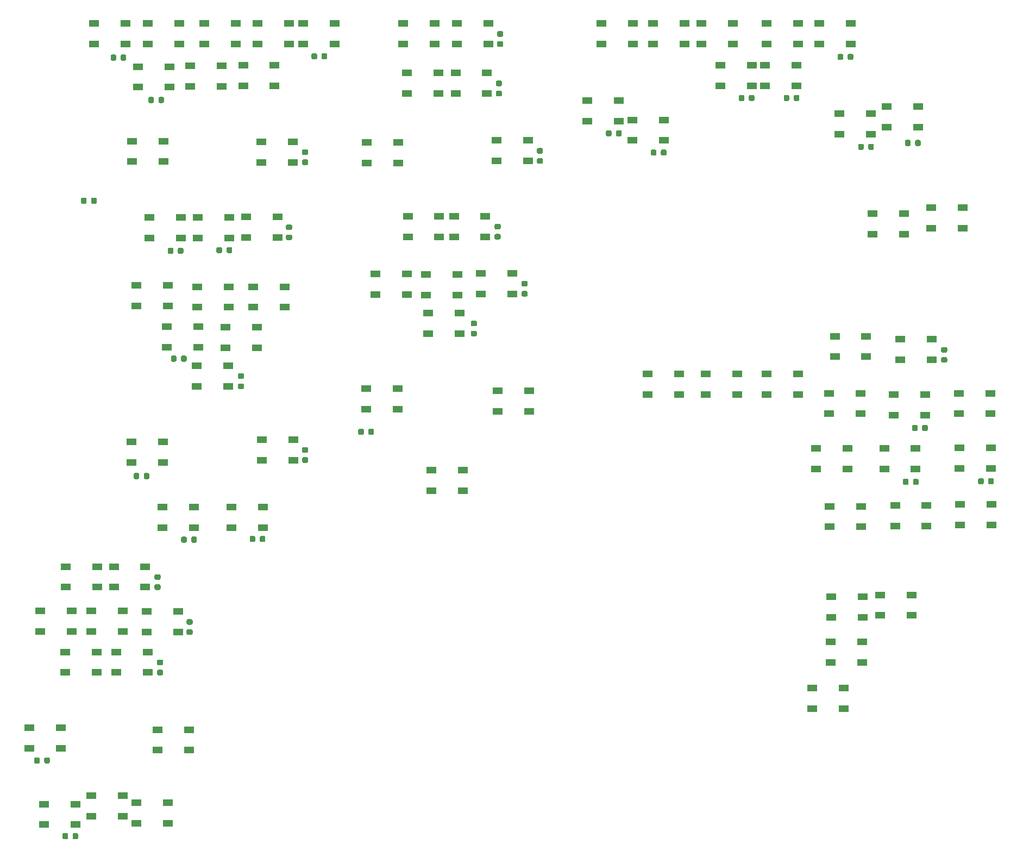
<source format=gbr>
%TF.GenerationSoftware,KiCad,Pcbnew,(5.1.6)-1*%
%TF.CreationDate,2020-12-21T15:19:11+11:00*%
%TF.ProjectId,Select JETT Panel PCB V2,53656c65-6374-4204-9a45-54542050616e,rev?*%
%TF.SameCoordinates,Original*%
%TF.FileFunction,Paste,Top*%
%TF.FilePolarity,Positive*%
%FSLAX46Y46*%
G04 Gerber Fmt 4.6, Leading zero omitted, Abs format (unit mm)*
G04 Created by KiCad (PCBNEW (5.1.6)-1) date 2020-12-21 15:19:11*
%MOMM*%
%LPD*%
G01*
G04 APERTURE LIST*
%ADD10R,1.500000X1.000000*%
G04 APERTURE END LIST*
%TO.C,R1*%
G36*
G01*
X90150000Y-61456250D02*
X90150000Y-60943750D01*
G75*
G02*
X90368750Y-60725000I218750J0D01*
G01*
X90806250Y-60725000D01*
G75*
G02*
X91025000Y-60943750I0J-218750D01*
G01*
X91025000Y-61456250D01*
G75*
G02*
X90806250Y-61675000I-218750J0D01*
G01*
X90368750Y-61675000D01*
G75*
G02*
X90150000Y-61456250I0J218750D01*
G01*
G37*
G36*
G01*
X88575000Y-61456250D02*
X88575000Y-60943750D01*
G75*
G02*
X88793750Y-60725000I218750J0D01*
G01*
X89231250Y-60725000D01*
G75*
G02*
X89450000Y-60943750I0J-218750D01*
G01*
X89450000Y-61456250D01*
G75*
G02*
X89231250Y-61675000I-218750J0D01*
G01*
X88793750Y-61675000D01*
G75*
G02*
X88575000Y-61456250I0J218750D01*
G01*
G37*
%TD*%
D10*
%TO.C,D81*%
X202550000Y-137100000D03*
X202550000Y-140300000D03*
X207450000Y-137100000D03*
X207450000Y-140300000D03*
%TD*%
%TO.C,D80*%
X205450000Y-129900000D03*
X205450000Y-133100000D03*
X210350000Y-129900000D03*
X210350000Y-133100000D03*
%TD*%
%TO.C,D79*%
X213100000Y-122600000D03*
X213100000Y-125800000D03*
X218000000Y-122600000D03*
X218000000Y-125800000D03*
%TD*%
%TO.C,D78*%
X205500000Y-122900000D03*
X205500000Y-126100000D03*
X210400000Y-122900000D03*
X210400000Y-126100000D03*
%TD*%
%TO.C,D77*%
X225550000Y-108500000D03*
X225550000Y-111700000D03*
X230450000Y-108500000D03*
X230450000Y-111700000D03*
%TD*%
%TO.C,D76*%
X215450000Y-108700000D03*
X215450000Y-111900000D03*
X220350000Y-108700000D03*
X220350000Y-111900000D03*
%TD*%
%TO.C,D75*%
X205250000Y-108800000D03*
X205250000Y-112000000D03*
X210150000Y-108800000D03*
X210150000Y-112000000D03*
%TD*%
%TO.C,D74*%
X225450000Y-99700000D03*
X225450000Y-102900000D03*
X230350000Y-99700000D03*
X230350000Y-102900000D03*
%TD*%
%TO.C,D73*%
X213750000Y-99800000D03*
X213750000Y-103000000D03*
X218650000Y-99800000D03*
X218650000Y-103000000D03*
%TD*%
%TO.C,D72*%
X203150000Y-99800000D03*
X203150000Y-103000000D03*
X208050000Y-99800000D03*
X208050000Y-103000000D03*
%TD*%
%TO.C,D71*%
X225400000Y-91200000D03*
X225400000Y-94400000D03*
X230300000Y-91200000D03*
X230300000Y-94400000D03*
%TD*%
%TO.C,D70*%
X215250000Y-91400000D03*
X215250000Y-94600000D03*
X220150000Y-91400000D03*
X220150000Y-94600000D03*
%TD*%
%TO.C,D69*%
X205150000Y-91200000D03*
X205150000Y-94400000D03*
X210050000Y-91200000D03*
X210050000Y-94400000D03*
%TD*%
%TO.C,D68*%
X195450000Y-88200000D03*
X195450000Y-91400000D03*
X200350000Y-88200000D03*
X200350000Y-91400000D03*
%TD*%
%TO.C,D67*%
X185950000Y-88200000D03*
X185950000Y-91400000D03*
X190850000Y-88200000D03*
X190850000Y-91400000D03*
%TD*%
%TO.C,D66*%
X176900000Y-88200000D03*
X176900000Y-91400000D03*
X181800000Y-88200000D03*
X181800000Y-91400000D03*
%TD*%
%TO.C,D65*%
X216250000Y-82800000D03*
X216250000Y-86000000D03*
X221150000Y-82800000D03*
X221150000Y-86000000D03*
%TD*%
%TO.C,D64*%
X206050000Y-82300000D03*
X206050000Y-85500000D03*
X210950000Y-82300000D03*
X210950000Y-85500000D03*
%TD*%
%TO.C,D63*%
X221100000Y-62300000D03*
X221100000Y-65500000D03*
X226000000Y-62300000D03*
X226000000Y-65500000D03*
%TD*%
%TO.C,D62*%
X211900000Y-63200000D03*
X211900000Y-66400000D03*
X216800000Y-63200000D03*
X216800000Y-66400000D03*
%TD*%
%TO.C,D61*%
X214100000Y-46500000D03*
X214100000Y-49700000D03*
X219000000Y-46500000D03*
X219000000Y-49700000D03*
%TD*%
%TO.C,D60*%
X206750000Y-47600000D03*
X206750000Y-50800000D03*
X211650000Y-47600000D03*
X211650000Y-50800000D03*
%TD*%
%TO.C,D59*%
X174500000Y-48600000D03*
X174500000Y-51800000D03*
X179400000Y-48600000D03*
X179400000Y-51800000D03*
%TD*%
%TO.C,D58*%
X167500000Y-45600000D03*
X167500000Y-48800000D03*
X172400000Y-45600000D03*
X172400000Y-48800000D03*
%TD*%
%TO.C,D57*%
X195200000Y-40100000D03*
X195200000Y-43300000D03*
X200100000Y-40100000D03*
X200100000Y-43300000D03*
%TD*%
%TO.C,D56*%
X188200000Y-40100000D03*
X188200000Y-43300000D03*
X193100000Y-40100000D03*
X193100000Y-43300000D03*
%TD*%
%TO.C,D55*%
X203600000Y-33600000D03*
X203600000Y-36800000D03*
X208500000Y-33600000D03*
X208500000Y-36800000D03*
%TD*%
%TO.C,D54*%
X195450000Y-33600000D03*
X195450000Y-36800000D03*
X200350000Y-33600000D03*
X200350000Y-36800000D03*
%TD*%
%TO.C,D53*%
X185300000Y-33600000D03*
X185300000Y-36800000D03*
X190200000Y-33600000D03*
X190200000Y-36800000D03*
%TD*%
%TO.C,D52*%
X177750000Y-33600000D03*
X177750000Y-36800000D03*
X182650000Y-33600000D03*
X182650000Y-36800000D03*
%TD*%
%TO.C,D51*%
X169650000Y-33600000D03*
X169650000Y-36800000D03*
X174550000Y-33600000D03*
X174550000Y-36800000D03*
%TD*%
%TO.C,D50*%
X133000000Y-90500000D03*
X133000000Y-93700000D03*
X137900000Y-90500000D03*
X137900000Y-93700000D03*
%TD*%
%TO.C,D49*%
X143200000Y-103200000D03*
X143200000Y-106400000D03*
X148100000Y-103200000D03*
X148100000Y-106400000D03*
%TD*%
%TO.C,D48*%
X153500000Y-90800000D03*
X153500000Y-94000000D03*
X158400000Y-90800000D03*
X158400000Y-94000000D03*
%TD*%
%TO.C,D47*%
X142700000Y-78700000D03*
X142700000Y-81900000D03*
X147600000Y-78700000D03*
X147600000Y-81900000D03*
%TD*%
%TO.C,D46*%
X150900000Y-72500000D03*
X150900000Y-75700000D03*
X155800000Y-72500000D03*
X155800000Y-75700000D03*
%TD*%
%TO.C,D45*%
X142350000Y-72700000D03*
X142350000Y-75900000D03*
X147250000Y-72700000D03*
X147250000Y-75900000D03*
%TD*%
%TO.C,D44*%
X134450000Y-72600000D03*
X134450000Y-75800000D03*
X139350000Y-72600000D03*
X139350000Y-75800000D03*
%TD*%
%TO.C,D43*%
X133100000Y-52100000D03*
X133100000Y-55300000D03*
X138000000Y-52100000D03*
X138000000Y-55300000D03*
%TD*%
%TO.C,D42*%
X139500000Y-63600000D03*
X139500000Y-66800000D03*
X144400000Y-63600000D03*
X144400000Y-66800000D03*
%TD*%
%TO.C,D41*%
X146700000Y-63600000D03*
X146700000Y-66800000D03*
X151600000Y-63600000D03*
X151600000Y-66800000D03*
%TD*%
%TO.C,D40*%
X153350000Y-51800000D03*
X153350000Y-55000000D03*
X158250000Y-51800000D03*
X158250000Y-55000000D03*
%TD*%
%TO.C,D39*%
X146950000Y-41300000D03*
X146950000Y-44500000D03*
X151850000Y-41300000D03*
X151850000Y-44500000D03*
%TD*%
%TO.C,D38*%
X139400000Y-41300000D03*
X139400000Y-44500000D03*
X144300000Y-41300000D03*
X144300000Y-44500000D03*
%TD*%
%TO.C,D37*%
X147150000Y-33600000D03*
X147150000Y-36800000D03*
X152050000Y-33600000D03*
X152050000Y-36800000D03*
%TD*%
%TO.C,D36*%
X138800000Y-33600000D03*
X138800000Y-36800000D03*
X143700000Y-33600000D03*
X143700000Y-36800000D03*
%TD*%
%TO.C,D35*%
X80500000Y-143300000D03*
X80500000Y-146500000D03*
X85400000Y-143300000D03*
X85400000Y-146500000D03*
%TD*%
%TO.C,D34*%
X82800000Y-155200000D03*
X82800000Y-158400000D03*
X87700000Y-155200000D03*
X87700000Y-158400000D03*
%TD*%
%TO.C,D33*%
X90150000Y-153900000D03*
X90150000Y-157100000D03*
X95050000Y-153900000D03*
X95050000Y-157100000D03*
%TD*%
%TO.C,D32*%
X97200000Y-155000000D03*
X97200000Y-158200000D03*
X102100000Y-155000000D03*
X102100000Y-158200000D03*
%TD*%
%TO.C,D31*%
X100500000Y-143600000D03*
X100500000Y-146800000D03*
X105400000Y-143600000D03*
X105400000Y-146800000D03*
%TD*%
%TO.C,D30*%
X94100000Y-131500000D03*
X94100000Y-134700000D03*
X99000000Y-131500000D03*
X99000000Y-134700000D03*
%TD*%
%TO.C,D29*%
X86100000Y-131500000D03*
X86100000Y-134700000D03*
X91000000Y-131500000D03*
X91000000Y-134700000D03*
%TD*%
%TO.C,D28*%
X98800000Y-125200000D03*
X98800000Y-128400000D03*
X103700000Y-125200000D03*
X103700000Y-128400000D03*
%TD*%
%TO.C,D27*%
X90150000Y-125100000D03*
X90150000Y-128300000D03*
X95050000Y-125100000D03*
X95050000Y-128300000D03*
%TD*%
%TO.C,D26*%
X82200000Y-125100000D03*
X82200000Y-128300000D03*
X87100000Y-125100000D03*
X87100000Y-128300000D03*
%TD*%
%TO.C,D25*%
X93700000Y-118200000D03*
X93700000Y-121400000D03*
X98600000Y-118200000D03*
X98600000Y-121400000D03*
%TD*%
%TO.C,D24*%
X86200000Y-118200000D03*
X86200000Y-121400000D03*
X91100000Y-118200000D03*
X91100000Y-121400000D03*
%TD*%
%TO.C,D23*%
X96450000Y-98800000D03*
X96450000Y-102000000D03*
X101350000Y-98800000D03*
X101350000Y-102000000D03*
%TD*%
%TO.C,D22*%
X101300000Y-108900000D03*
X101300000Y-112100000D03*
X106200000Y-108900000D03*
X106200000Y-112100000D03*
%TD*%
%TO.C,D21*%
X112000000Y-108900000D03*
X112000000Y-112100000D03*
X116900000Y-108900000D03*
X116900000Y-112100000D03*
%TD*%
%TO.C,D20*%
X116800000Y-98400000D03*
X116800000Y-101600000D03*
X121700000Y-98400000D03*
X121700000Y-101600000D03*
%TD*%
%TO.C,D19*%
X106600000Y-86900000D03*
X106600000Y-90100000D03*
X111500000Y-86900000D03*
X111500000Y-90100000D03*
%TD*%
%TO.C,D18*%
X111100000Y-80900000D03*
X111100000Y-84100000D03*
X116000000Y-80900000D03*
X116000000Y-84100000D03*
%TD*%
%TO.C,D17*%
X101950000Y-80800000D03*
X101950000Y-84000000D03*
X106850000Y-80800000D03*
X106850000Y-84000000D03*
%TD*%
%TO.C,D16*%
X115450000Y-74600000D03*
X115450000Y-77800000D03*
X120350000Y-74600000D03*
X120350000Y-77800000D03*
%TD*%
%TO.C,D15*%
X106700000Y-74600000D03*
X106700000Y-77800000D03*
X111600000Y-74600000D03*
X111600000Y-77800000D03*
%TD*%
%TO.C,D14*%
X97200000Y-74400000D03*
X97200000Y-77600000D03*
X102100000Y-74400000D03*
X102100000Y-77600000D03*
%TD*%
%TO.C,D13*%
X96500000Y-51900000D03*
X96500000Y-55100000D03*
X101400000Y-51900000D03*
X101400000Y-55100000D03*
%TD*%
%TO.C,D12*%
X99250000Y-63800000D03*
X99250000Y-67000000D03*
X104150000Y-63800000D03*
X104150000Y-67000000D03*
%TD*%
%TO.C,D11*%
X106750000Y-63800000D03*
X106750000Y-67000000D03*
X111650000Y-63800000D03*
X111650000Y-67000000D03*
%TD*%
%TO.C,D10*%
X114300000Y-63700000D03*
X114300000Y-66900000D03*
X119200000Y-63700000D03*
X119200000Y-66900000D03*
%TD*%
%TO.C,D9*%
X116700000Y-52000000D03*
X116700000Y-55200000D03*
X121600000Y-52000000D03*
X121600000Y-55200000D03*
%TD*%
%TO.C,D8*%
X113850000Y-40100000D03*
X113850000Y-43300000D03*
X118750000Y-40100000D03*
X118750000Y-43300000D03*
%TD*%
%TO.C,D7*%
X105600000Y-40200000D03*
X105600000Y-43400000D03*
X110500000Y-40200000D03*
X110500000Y-43400000D03*
%TD*%
%TO.C,D6*%
X97500000Y-40300000D03*
X97500000Y-43500000D03*
X102400000Y-40300000D03*
X102400000Y-43500000D03*
%TD*%
%TO.C,D5*%
X123200000Y-33600000D03*
X123200000Y-36800000D03*
X128100000Y-33600000D03*
X128100000Y-36800000D03*
%TD*%
%TO.C,D4*%
X116100000Y-33600000D03*
X116100000Y-36800000D03*
X121000000Y-33600000D03*
X121000000Y-36800000D03*
%TD*%
%TO.C,D3*%
X107800000Y-33600000D03*
X107800000Y-36800000D03*
X112700000Y-33600000D03*
X112700000Y-36800000D03*
%TD*%
%TO.C,D2*%
X99000000Y-33600000D03*
X99000000Y-36800000D03*
X103900000Y-33600000D03*
X103900000Y-36800000D03*
%TD*%
%TO.C,D1*%
X90600000Y-33600000D03*
X90600000Y-36800000D03*
X95500000Y-33600000D03*
X95500000Y-36800000D03*
%TD*%
%TO.C,C37*%
G36*
G01*
X229962000Y-105156250D02*
X229962000Y-104643750D01*
G75*
G02*
X230180750Y-104425000I218750J0D01*
G01*
X230618250Y-104425000D01*
G75*
G02*
X230837000Y-104643750I0J-218750D01*
G01*
X230837000Y-105156250D01*
G75*
G02*
X230618250Y-105375000I-218750J0D01*
G01*
X230180750Y-105375000D01*
G75*
G02*
X229962000Y-105156250I0J218750D01*
G01*
G37*
G36*
G01*
X228387000Y-105156250D02*
X228387000Y-104643750D01*
G75*
G02*
X228605750Y-104425000I218750J0D01*
G01*
X229043250Y-104425000D01*
G75*
G02*
X229262000Y-104643750I0J-218750D01*
G01*
X229262000Y-105156250D01*
G75*
G02*
X229043250Y-105375000I-218750J0D01*
G01*
X228605750Y-105375000D01*
G75*
G02*
X228387000Y-105156250I0J218750D01*
G01*
G37*
%TD*%
%TO.C,C36*%
G36*
G01*
X218238000Y-105256250D02*
X218238000Y-104743750D01*
G75*
G02*
X218456750Y-104525000I218750J0D01*
G01*
X218894250Y-104525000D01*
G75*
G02*
X219113000Y-104743750I0J-218750D01*
G01*
X219113000Y-105256250D01*
G75*
G02*
X218894250Y-105475000I-218750J0D01*
G01*
X218456750Y-105475000D01*
G75*
G02*
X218238000Y-105256250I0J218750D01*
G01*
G37*
G36*
G01*
X216663000Y-105256250D02*
X216663000Y-104743750D01*
G75*
G02*
X216881750Y-104525000I218750J0D01*
G01*
X217319250Y-104525000D01*
G75*
G02*
X217538000Y-104743750I0J-218750D01*
G01*
X217538000Y-105256250D01*
G75*
G02*
X217319250Y-105475000I-218750J0D01*
G01*
X216881750Y-105475000D01*
G75*
G02*
X216663000Y-105256250I0J218750D01*
G01*
G37*
%TD*%
%TO.C,C35*%
G36*
G01*
X219662000Y-96856250D02*
X219662000Y-96343750D01*
G75*
G02*
X219880750Y-96125000I218750J0D01*
G01*
X220318250Y-96125000D01*
G75*
G02*
X220537000Y-96343750I0J-218750D01*
G01*
X220537000Y-96856250D01*
G75*
G02*
X220318250Y-97075000I-218750J0D01*
G01*
X219880750Y-97075000D01*
G75*
G02*
X219662000Y-96856250I0J218750D01*
G01*
G37*
G36*
G01*
X218087000Y-96856250D02*
X218087000Y-96343750D01*
G75*
G02*
X218305750Y-96125000I218750J0D01*
G01*
X218743250Y-96125000D01*
G75*
G02*
X218962000Y-96343750I0J-218750D01*
G01*
X218962000Y-96856250D01*
G75*
G02*
X218743250Y-97075000I-218750J0D01*
G01*
X218305750Y-97075000D01*
G75*
G02*
X218087000Y-96856250I0J218750D01*
G01*
G37*
%TD*%
%TO.C,C34*%
G36*
G01*
X222843750Y-85562500D02*
X223356250Y-85562500D01*
G75*
G02*
X223575000Y-85781250I0J-218750D01*
G01*
X223575000Y-86218750D01*
G75*
G02*
X223356250Y-86437500I-218750J0D01*
G01*
X222843750Y-86437500D01*
G75*
G02*
X222625000Y-86218750I0J218750D01*
G01*
X222625000Y-85781250D01*
G75*
G02*
X222843750Y-85562500I218750J0D01*
G01*
G37*
G36*
G01*
X222843750Y-83987500D02*
X223356250Y-83987500D01*
G75*
G02*
X223575000Y-84206250I0J-218750D01*
G01*
X223575000Y-84643750D01*
G75*
G02*
X223356250Y-84862500I-218750J0D01*
G01*
X222843750Y-84862500D01*
G75*
G02*
X222625000Y-84643750I0J218750D01*
G01*
X222625000Y-84206250D01*
G75*
G02*
X222843750Y-83987500I218750J0D01*
G01*
G37*
%TD*%
%TO.C,C33*%
G36*
G01*
X218562000Y-52456250D02*
X218562000Y-51943750D01*
G75*
G02*
X218780750Y-51725000I218750J0D01*
G01*
X219218250Y-51725000D01*
G75*
G02*
X219437000Y-51943750I0J-218750D01*
G01*
X219437000Y-52456250D01*
G75*
G02*
X219218250Y-52675000I-218750J0D01*
G01*
X218780750Y-52675000D01*
G75*
G02*
X218562000Y-52456250I0J218750D01*
G01*
G37*
G36*
G01*
X216987000Y-52456250D02*
X216987000Y-51943750D01*
G75*
G02*
X217205750Y-51725000I218750J0D01*
G01*
X217643250Y-51725000D01*
G75*
G02*
X217862000Y-51943750I0J-218750D01*
G01*
X217862000Y-52456250D01*
G75*
G02*
X217643250Y-52675000I-218750J0D01*
G01*
X217205750Y-52675000D01*
G75*
G02*
X216987000Y-52456250I0J218750D01*
G01*
G37*
%TD*%
%TO.C,C32*%
G36*
G01*
X211262000Y-53056250D02*
X211262000Y-52543750D01*
G75*
G02*
X211480750Y-52325000I218750J0D01*
G01*
X211918250Y-52325000D01*
G75*
G02*
X212137000Y-52543750I0J-218750D01*
G01*
X212137000Y-53056250D01*
G75*
G02*
X211918250Y-53275000I-218750J0D01*
G01*
X211480750Y-53275000D01*
G75*
G02*
X211262000Y-53056250I0J218750D01*
G01*
G37*
G36*
G01*
X209687000Y-53056250D02*
X209687000Y-52543750D01*
G75*
G02*
X209905750Y-52325000I218750J0D01*
G01*
X210343250Y-52325000D01*
G75*
G02*
X210562000Y-52543750I0J-218750D01*
G01*
X210562000Y-53056250D01*
G75*
G02*
X210343250Y-53275000I-218750J0D01*
G01*
X209905750Y-53275000D01*
G75*
G02*
X209687000Y-53056250I0J218750D01*
G01*
G37*
%TD*%
%TO.C,C31*%
G36*
G01*
X192662000Y-45456250D02*
X192662000Y-44943750D01*
G75*
G02*
X192880750Y-44725000I218750J0D01*
G01*
X193318250Y-44725000D01*
G75*
G02*
X193537000Y-44943750I0J-218750D01*
G01*
X193537000Y-45456250D01*
G75*
G02*
X193318250Y-45675000I-218750J0D01*
G01*
X192880750Y-45675000D01*
G75*
G02*
X192662000Y-45456250I0J218750D01*
G01*
G37*
G36*
G01*
X191087000Y-45456250D02*
X191087000Y-44943750D01*
G75*
G02*
X191305750Y-44725000I218750J0D01*
G01*
X191743250Y-44725000D01*
G75*
G02*
X191962000Y-44943750I0J-218750D01*
G01*
X191962000Y-45456250D01*
G75*
G02*
X191743250Y-45675000I-218750J0D01*
G01*
X191305750Y-45675000D01*
G75*
G02*
X191087000Y-45456250I0J218750D01*
G01*
G37*
%TD*%
%TO.C,C30*%
G36*
G01*
X199662000Y-45456250D02*
X199662000Y-44943750D01*
G75*
G02*
X199880750Y-44725000I218750J0D01*
G01*
X200318250Y-44725000D01*
G75*
G02*
X200537000Y-44943750I0J-218750D01*
G01*
X200537000Y-45456250D01*
G75*
G02*
X200318250Y-45675000I-218750J0D01*
G01*
X199880750Y-45675000D01*
G75*
G02*
X199662000Y-45456250I0J218750D01*
G01*
G37*
G36*
G01*
X198087000Y-45456250D02*
X198087000Y-44943750D01*
G75*
G02*
X198305750Y-44725000I218750J0D01*
G01*
X198743250Y-44725000D01*
G75*
G02*
X198962000Y-44943750I0J-218750D01*
G01*
X198962000Y-45456250D01*
G75*
G02*
X198743250Y-45675000I-218750J0D01*
G01*
X198305750Y-45675000D01*
G75*
G02*
X198087000Y-45456250I0J218750D01*
G01*
G37*
%TD*%
%TO.C,C29*%
G36*
G01*
X208062000Y-39056250D02*
X208062000Y-38543750D01*
G75*
G02*
X208280750Y-38325000I218750J0D01*
G01*
X208718250Y-38325000D01*
G75*
G02*
X208937000Y-38543750I0J-218750D01*
G01*
X208937000Y-39056250D01*
G75*
G02*
X208718250Y-39275000I-218750J0D01*
G01*
X208280750Y-39275000D01*
G75*
G02*
X208062000Y-39056250I0J218750D01*
G01*
G37*
G36*
G01*
X206487000Y-39056250D02*
X206487000Y-38543750D01*
G75*
G02*
X206705750Y-38325000I218750J0D01*
G01*
X207143250Y-38325000D01*
G75*
G02*
X207362000Y-38543750I0J-218750D01*
G01*
X207362000Y-39056250D01*
G75*
G02*
X207143250Y-39275000I-218750J0D01*
G01*
X206705750Y-39275000D01*
G75*
G02*
X206487000Y-39056250I0J218750D01*
G01*
G37*
%TD*%
%TO.C,C28*%
G36*
G01*
X171962000Y-50956250D02*
X171962000Y-50443750D01*
G75*
G02*
X172180750Y-50225000I218750J0D01*
G01*
X172618250Y-50225000D01*
G75*
G02*
X172837000Y-50443750I0J-218750D01*
G01*
X172837000Y-50956250D01*
G75*
G02*
X172618250Y-51175000I-218750J0D01*
G01*
X172180750Y-51175000D01*
G75*
G02*
X171962000Y-50956250I0J218750D01*
G01*
G37*
G36*
G01*
X170387000Y-50956250D02*
X170387000Y-50443750D01*
G75*
G02*
X170605750Y-50225000I218750J0D01*
G01*
X171043250Y-50225000D01*
G75*
G02*
X171262000Y-50443750I0J-218750D01*
G01*
X171262000Y-50956250D01*
G75*
G02*
X171043250Y-51175000I-218750J0D01*
G01*
X170605750Y-51175000D01*
G75*
G02*
X170387000Y-50956250I0J218750D01*
G01*
G37*
%TD*%
%TO.C,C27*%
G36*
G01*
X178950000Y-53956250D02*
X178950000Y-53443750D01*
G75*
G02*
X179168750Y-53225000I218750J0D01*
G01*
X179606250Y-53225000D01*
G75*
G02*
X179825000Y-53443750I0J-218750D01*
G01*
X179825000Y-53956250D01*
G75*
G02*
X179606250Y-54175000I-218750J0D01*
G01*
X179168750Y-54175000D01*
G75*
G02*
X178950000Y-53956250I0J218750D01*
G01*
G37*
G36*
G01*
X177375000Y-53956250D02*
X177375000Y-53443750D01*
G75*
G02*
X177593750Y-53225000I218750J0D01*
G01*
X178031250Y-53225000D01*
G75*
G02*
X178250000Y-53443750I0J-218750D01*
G01*
X178250000Y-53956250D01*
G75*
G02*
X178031250Y-54175000I-218750J0D01*
G01*
X177593750Y-54175000D01*
G75*
G02*
X177375000Y-53956250I0J218750D01*
G01*
G37*
%TD*%
%TO.C,C26*%
G36*
G01*
X153643750Y-36362500D02*
X154156250Y-36362500D01*
G75*
G02*
X154375000Y-36581250I0J-218750D01*
G01*
X154375000Y-37018750D01*
G75*
G02*
X154156250Y-37237500I-218750J0D01*
G01*
X153643750Y-37237500D01*
G75*
G02*
X153425000Y-37018750I0J218750D01*
G01*
X153425000Y-36581250D01*
G75*
G02*
X153643750Y-36362500I218750J0D01*
G01*
G37*
G36*
G01*
X153643750Y-34787500D02*
X154156250Y-34787500D01*
G75*
G02*
X154375000Y-35006250I0J-218750D01*
G01*
X154375000Y-35443750D01*
G75*
G02*
X154156250Y-35662500I-218750J0D01*
G01*
X153643750Y-35662500D01*
G75*
G02*
X153425000Y-35443750I0J218750D01*
G01*
X153425000Y-35006250D01*
G75*
G02*
X153643750Y-34787500I218750J0D01*
G01*
G37*
%TD*%
%TO.C,C25*%
G36*
G01*
X153443750Y-44062500D02*
X153956250Y-44062500D01*
G75*
G02*
X154175000Y-44281250I0J-218750D01*
G01*
X154175000Y-44718750D01*
G75*
G02*
X153956250Y-44937500I-218750J0D01*
G01*
X153443750Y-44937500D01*
G75*
G02*
X153225000Y-44718750I0J218750D01*
G01*
X153225000Y-44281250D01*
G75*
G02*
X153443750Y-44062500I218750J0D01*
G01*
G37*
G36*
G01*
X153443750Y-42487500D02*
X153956250Y-42487500D01*
G75*
G02*
X154175000Y-42706250I0J-218750D01*
G01*
X154175000Y-43143750D01*
G75*
G02*
X153956250Y-43362500I-218750J0D01*
G01*
X153443750Y-43362500D01*
G75*
G02*
X153225000Y-43143750I0J218750D01*
G01*
X153225000Y-42706250D01*
G75*
G02*
X153443750Y-42487500I218750J0D01*
G01*
G37*
%TD*%
%TO.C,C24*%
G36*
G01*
X153243750Y-66362500D02*
X153756250Y-66362500D01*
G75*
G02*
X153975000Y-66581250I0J-218750D01*
G01*
X153975000Y-67018750D01*
G75*
G02*
X153756250Y-67237500I-218750J0D01*
G01*
X153243750Y-67237500D01*
G75*
G02*
X153025000Y-67018750I0J218750D01*
G01*
X153025000Y-66581250D01*
G75*
G02*
X153243750Y-66362500I218750J0D01*
G01*
G37*
G36*
G01*
X153243750Y-64787500D02*
X153756250Y-64787500D01*
G75*
G02*
X153975000Y-65006250I0J-218750D01*
G01*
X153975000Y-65443750D01*
G75*
G02*
X153756250Y-65662500I-218750J0D01*
G01*
X153243750Y-65662500D01*
G75*
G02*
X153025000Y-65443750I0J218750D01*
G01*
X153025000Y-65006250D01*
G75*
G02*
X153243750Y-64787500I218750J0D01*
G01*
G37*
%TD*%
%TO.C,C23*%
G36*
G01*
X159843750Y-54562500D02*
X160356250Y-54562500D01*
G75*
G02*
X160575000Y-54781250I0J-218750D01*
G01*
X160575000Y-55218750D01*
G75*
G02*
X160356250Y-55437500I-218750J0D01*
G01*
X159843750Y-55437500D01*
G75*
G02*
X159625000Y-55218750I0J218750D01*
G01*
X159625000Y-54781250D01*
G75*
G02*
X159843750Y-54562500I218750J0D01*
G01*
G37*
G36*
G01*
X159843750Y-52987500D02*
X160356250Y-52987500D01*
G75*
G02*
X160575000Y-53206250I0J-218750D01*
G01*
X160575000Y-53643750D01*
G75*
G02*
X160356250Y-53862500I-218750J0D01*
G01*
X159843750Y-53862500D01*
G75*
G02*
X159625000Y-53643750I0J218750D01*
G01*
X159625000Y-53206250D01*
G75*
G02*
X159843750Y-52987500I218750J0D01*
G01*
G37*
%TD*%
%TO.C,C22*%
G36*
G01*
X157443750Y-75262500D02*
X157956250Y-75262500D01*
G75*
G02*
X158175000Y-75481250I0J-218750D01*
G01*
X158175000Y-75918750D01*
G75*
G02*
X157956250Y-76137500I-218750J0D01*
G01*
X157443750Y-76137500D01*
G75*
G02*
X157225000Y-75918750I0J218750D01*
G01*
X157225000Y-75481250D01*
G75*
G02*
X157443750Y-75262500I218750J0D01*
G01*
G37*
G36*
G01*
X157443750Y-73687500D02*
X157956250Y-73687500D01*
G75*
G02*
X158175000Y-73906250I0J-218750D01*
G01*
X158175000Y-74343750D01*
G75*
G02*
X157956250Y-74562500I-218750J0D01*
G01*
X157443750Y-74562500D01*
G75*
G02*
X157225000Y-74343750I0J218750D01*
G01*
X157225000Y-73906250D01*
G75*
G02*
X157443750Y-73687500I218750J0D01*
G01*
G37*
%TD*%
%TO.C,C21*%
G36*
G01*
X133362000Y-97456250D02*
X133362000Y-96943750D01*
G75*
G02*
X133580750Y-96725000I218750J0D01*
G01*
X134018250Y-96725000D01*
G75*
G02*
X134237000Y-96943750I0J-218750D01*
G01*
X134237000Y-97456250D01*
G75*
G02*
X134018250Y-97675000I-218750J0D01*
G01*
X133580750Y-97675000D01*
G75*
G02*
X133362000Y-97456250I0J218750D01*
G01*
G37*
G36*
G01*
X131787000Y-97456250D02*
X131787000Y-96943750D01*
G75*
G02*
X132005750Y-96725000I218750J0D01*
G01*
X132443250Y-96725000D01*
G75*
G02*
X132662000Y-96943750I0J-218750D01*
G01*
X132662000Y-97456250D01*
G75*
G02*
X132443250Y-97675000I-218750J0D01*
G01*
X132005750Y-97675000D01*
G75*
G02*
X131787000Y-97456250I0J218750D01*
G01*
G37*
%TD*%
%TO.C,C20*%
G36*
G01*
X149543750Y-81462500D02*
X150056250Y-81462500D01*
G75*
G02*
X150275000Y-81681250I0J-218750D01*
G01*
X150275000Y-82118750D01*
G75*
G02*
X150056250Y-82337500I-218750J0D01*
G01*
X149543750Y-82337500D01*
G75*
G02*
X149325000Y-82118750I0J218750D01*
G01*
X149325000Y-81681250D01*
G75*
G02*
X149543750Y-81462500I218750J0D01*
G01*
G37*
G36*
G01*
X149543750Y-79887500D02*
X150056250Y-79887500D01*
G75*
G02*
X150275000Y-80106250I0J-218750D01*
G01*
X150275000Y-80543750D01*
G75*
G02*
X150056250Y-80762500I-218750J0D01*
G01*
X149543750Y-80762500D01*
G75*
G02*
X149325000Y-80543750I0J218750D01*
G01*
X149325000Y-80106250D01*
G75*
G02*
X149543750Y-79887500I218750J0D01*
G01*
G37*
%TD*%
%TO.C,C19*%
G36*
G01*
X87262500Y-160456250D02*
X87262500Y-159943750D01*
G75*
G02*
X87481250Y-159725000I218750J0D01*
G01*
X87918750Y-159725000D01*
G75*
G02*
X88137500Y-159943750I0J-218750D01*
G01*
X88137500Y-160456250D01*
G75*
G02*
X87918750Y-160675000I-218750J0D01*
G01*
X87481250Y-160675000D01*
G75*
G02*
X87262500Y-160456250I0J218750D01*
G01*
G37*
G36*
G01*
X85687500Y-160456250D02*
X85687500Y-159943750D01*
G75*
G02*
X85906250Y-159725000I218750J0D01*
G01*
X86343750Y-159725000D01*
G75*
G02*
X86562500Y-159943750I0J-218750D01*
G01*
X86562500Y-160456250D01*
G75*
G02*
X86343750Y-160675000I-218750J0D01*
G01*
X85906250Y-160675000D01*
G75*
G02*
X85687500Y-160456250I0J218750D01*
G01*
G37*
%TD*%
%TO.C,C18*%
G36*
G01*
X82850000Y-148656250D02*
X82850000Y-148143750D01*
G75*
G02*
X83068750Y-147925000I218750J0D01*
G01*
X83506250Y-147925000D01*
G75*
G02*
X83725000Y-148143750I0J-218750D01*
G01*
X83725000Y-148656250D01*
G75*
G02*
X83506250Y-148875000I-218750J0D01*
G01*
X83068750Y-148875000D01*
G75*
G02*
X82850000Y-148656250I0J218750D01*
G01*
G37*
G36*
G01*
X81275000Y-148656250D02*
X81275000Y-148143750D01*
G75*
G02*
X81493750Y-147925000I218750J0D01*
G01*
X81931250Y-147925000D01*
G75*
G02*
X82150000Y-148143750I0J-218750D01*
G01*
X82150000Y-148656250D01*
G75*
G02*
X81931250Y-148875000I-218750J0D01*
G01*
X81493750Y-148875000D01*
G75*
G02*
X81275000Y-148656250I0J218750D01*
G01*
G37*
%TD*%
%TO.C,C17*%
G36*
G01*
X100643750Y-134262000D02*
X101156250Y-134262000D01*
G75*
G02*
X101375000Y-134480750I0J-218750D01*
G01*
X101375000Y-134918250D01*
G75*
G02*
X101156250Y-135137000I-218750J0D01*
G01*
X100643750Y-135137000D01*
G75*
G02*
X100425000Y-134918250I0J218750D01*
G01*
X100425000Y-134480750D01*
G75*
G02*
X100643750Y-134262000I218750J0D01*
G01*
G37*
G36*
G01*
X100643750Y-132687000D02*
X101156250Y-132687000D01*
G75*
G02*
X101375000Y-132905750I0J-218750D01*
G01*
X101375000Y-133343250D01*
G75*
G02*
X101156250Y-133562000I-218750J0D01*
G01*
X100643750Y-133562000D01*
G75*
G02*
X100425000Y-133343250I0J218750D01*
G01*
X100425000Y-132905750D01*
G75*
G02*
X100643750Y-132687000I218750J0D01*
G01*
G37*
%TD*%
%TO.C,C16*%
G36*
G01*
X105243750Y-127962000D02*
X105756250Y-127962000D01*
G75*
G02*
X105975000Y-128180750I0J-218750D01*
G01*
X105975000Y-128618250D01*
G75*
G02*
X105756250Y-128837000I-218750J0D01*
G01*
X105243750Y-128837000D01*
G75*
G02*
X105025000Y-128618250I0J218750D01*
G01*
X105025000Y-128180750D01*
G75*
G02*
X105243750Y-127962000I218750J0D01*
G01*
G37*
G36*
G01*
X105243750Y-126387000D02*
X105756250Y-126387000D01*
G75*
G02*
X105975000Y-126605750I0J-218750D01*
G01*
X105975000Y-127043250D01*
G75*
G02*
X105756250Y-127262000I-218750J0D01*
G01*
X105243750Y-127262000D01*
G75*
G02*
X105025000Y-127043250I0J218750D01*
G01*
X105025000Y-126605750D01*
G75*
G02*
X105243750Y-126387000I218750J0D01*
G01*
G37*
%TD*%
%TO.C,C15*%
G36*
G01*
X100243750Y-120962000D02*
X100756250Y-120962000D01*
G75*
G02*
X100975000Y-121180750I0J-218750D01*
G01*
X100975000Y-121618250D01*
G75*
G02*
X100756250Y-121837000I-218750J0D01*
G01*
X100243750Y-121837000D01*
G75*
G02*
X100025000Y-121618250I0J218750D01*
G01*
X100025000Y-121180750D01*
G75*
G02*
X100243750Y-120962000I218750J0D01*
G01*
G37*
G36*
G01*
X100243750Y-119387000D02*
X100756250Y-119387000D01*
G75*
G02*
X100975000Y-119605750I0J-218750D01*
G01*
X100975000Y-120043250D01*
G75*
G02*
X100756250Y-120262000I-218750J0D01*
G01*
X100243750Y-120262000D01*
G75*
G02*
X100025000Y-120043250I0J218750D01*
G01*
X100025000Y-119605750D01*
G75*
G02*
X100243750Y-119387000I218750J0D01*
G01*
G37*
%TD*%
%TO.C,C14*%
G36*
G01*
X116438000Y-114156250D02*
X116438000Y-113643750D01*
G75*
G02*
X116656750Y-113425000I218750J0D01*
G01*
X117094250Y-113425000D01*
G75*
G02*
X117313000Y-113643750I0J-218750D01*
G01*
X117313000Y-114156250D01*
G75*
G02*
X117094250Y-114375000I-218750J0D01*
G01*
X116656750Y-114375000D01*
G75*
G02*
X116438000Y-114156250I0J218750D01*
G01*
G37*
G36*
G01*
X114863000Y-114156250D02*
X114863000Y-113643750D01*
G75*
G02*
X115081750Y-113425000I218750J0D01*
G01*
X115519250Y-113425000D01*
G75*
G02*
X115738000Y-113643750I0J-218750D01*
G01*
X115738000Y-114156250D01*
G75*
G02*
X115519250Y-114375000I-218750J0D01*
G01*
X115081750Y-114375000D01*
G75*
G02*
X114863000Y-114156250I0J218750D01*
G01*
G37*
%TD*%
%TO.C,C13*%
G36*
G01*
X105762000Y-114256250D02*
X105762000Y-113743750D01*
G75*
G02*
X105980750Y-113525000I218750J0D01*
G01*
X106418250Y-113525000D01*
G75*
G02*
X106637000Y-113743750I0J-218750D01*
G01*
X106637000Y-114256250D01*
G75*
G02*
X106418250Y-114475000I-218750J0D01*
G01*
X105980750Y-114475000D01*
G75*
G02*
X105762000Y-114256250I0J218750D01*
G01*
G37*
G36*
G01*
X104187000Y-114256250D02*
X104187000Y-113743750D01*
G75*
G02*
X104405750Y-113525000I218750J0D01*
G01*
X104843250Y-113525000D01*
G75*
G02*
X105062000Y-113743750I0J-218750D01*
G01*
X105062000Y-114256250D01*
G75*
G02*
X104843250Y-114475000I-218750J0D01*
G01*
X104405750Y-114475000D01*
G75*
G02*
X104187000Y-114256250I0J218750D01*
G01*
G37*
%TD*%
%TO.C,C12*%
G36*
G01*
X123243750Y-101162000D02*
X123756250Y-101162000D01*
G75*
G02*
X123975000Y-101380750I0J-218750D01*
G01*
X123975000Y-101818250D01*
G75*
G02*
X123756250Y-102037000I-218750J0D01*
G01*
X123243750Y-102037000D01*
G75*
G02*
X123025000Y-101818250I0J218750D01*
G01*
X123025000Y-101380750D01*
G75*
G02*
X123243750Y-101162000I218750J0D01*
G01*
G37*
G36*
G01*
X123243750Y-99587000D02*
X123756250Y-99587000D01*
G75*
G02*
X123975000Y-99805750I0J-218750D01*
G01*
X123975000Y-100243250D01*
G75*
G02*
X123756250Y-100462000I-218750J0D01*
G01*
X123243750Y-100462000D01*
G75*
G02*
X123025000Y-100243250I0J218750D01*
G01*
X123025000Y-99805750D01*
G75*
G02*
X123243750Y-99587000I218750J0D01*
G01*
G37*
%TD*%
%TO.C,C11*%
G36*
G01*
X104162000Y-86056250D02*
X104162000Y-85543750D01*
G75*
G02*
X104380750Y-85325000I218750J0D01*
G01*
X104818250Y-85325000D01*
G75*
G02*
X105037000Y-85543750I0J-218750D01*
G01*
X105037000Y-86056250D01*
G75*
G02*
X104818250Y-86275000I-218750J0D01*
G01*
X104380750Y-86275000D01*
G75*
G02*
X104162000Y-86056250I0J218750D01*
G01*
G37*
G36*
G01*
X102587000Y-86056250D02*
X102587000Y-85543750D01*
G75*
G02*
X102805750Y-85325000I218750J0D01*
G01*
X103243250Y-85325000D01*
G75*
G02*
X103462000Y-85543750I0J-218750D01*
G01*
X103462000Y-86056250D01*
G75*
G02*
X103243250Y-86275000I-218750J0D01*
G01*
X102805750Y-86275000D01*
G75*
G02*
X102587000Y-86056250I0J218750D01*
G01*
G37*
%TD*%
%TO.C,C10*%
G36*
G01*
X113243750Y-89662500D02*
X113756250Y-89662500D01*
G75*
G02*
X113975000Y-89881250I0J-218750D01*
G01*
X113975000Y-90318750D01*
G75*
G02*
X113756250Y-90537500I-218750J0D01*
G01*
X113243750Y-90537500D01*
G75*
G02*
X113025000Y-90318750I0J218750D01*
G01*
X113025000Y-89881250D01*
G75*
G02*
X113243750Y-89662500I218750J0D01*
G01*
G37*
G36*
G01*
X113243750Y-88087500D02*
X113756250Y-88087500D01*
G75*
G02*
X113975000Y-88306250I0J-218750D01*
G01*
X113975000Y-88743750D01*
G75*
G02*
X113756250Y-88962500I-218750J0D01*
G01*
X113243750Y-88962500D01*
G75*
G02*
X113025000Y-88743750I0J218750D01*
G01*
X113025000Y-88306250D01*
G75*
G02*
X113243750Y-88087500I218750J0D01*
G01*
G37*
%TD*%
%TO.C,C9*%
G36*
G01*
X98350000Y-104356250D02*
X98350000Y-103843750D01*
G75*
G02*
X98568750Y-103625000I218750J0D01*
G01*
X99006250Y-103625000D01*
G75*
G02*
X99225000Y-103843750I0J-218750D01*
G01*
X99225000Y-104356250D01*
G75*
G02*
X99006250Y-104575000I-218750J0D01*
G01*
X98568750Y-104575000D01*
G75*
G02*
X98350000Y-104356250I0J218750D01*
G01*
G37*
G36*
G01*
X96775000Y-104356250D02*
X96775000Y-103843750D01*
G75*
G02*
X96993750Y-103625000I218750J0D01*
G01*
X97431250Y-103625000D01*
G75*
G02*
X97650000Y-103843750I0J-218750D01*
G01*
X97650000Y-104356250D01*
G75*
G02*
X97431250Y-104575000I-218750J0D01*
G01*
X96993750Y-104575000D01*
G75*
G02*
X96775000Y-104356250I0J218750D01*
G01*
G37*
%TD*%
%TO.C,C8*%
G36*
G01*
X103662000Y-69256250D02*
X103662000Y-68743750D01*
G75*
G02*
X103880750Y-68525000I218750J0D01*
G01*
X104318250Y-68525000D01*
G75*
G02*
X104537000Y-68743750I0J-218750D01*
G01*
X104537000Y-69256250D01*
G75*
G02*
X104318250Y-69475000I-218750J0D01*
G01*
X103880750Y-69475000D01*
G75*
G02*
X103662000Y-69256250I0J218750D01*
G01*
G37*
G36*
G01*
X102087000Y-69256250D02*
X102087000Y-68743750D01*
G75*
G02*
X102305750Y-68525000I218750J0D01*
G01*
X102743250Y-68525000D01*
G75*
G02*
X102962000Y-68743750I0J-218750D01*
G01*
X102962000Y-69256250D01*
G75*
G02*
X102743250Y-69475000I-218750J0D01*
G01*
X102305750Y-69475000D01*
G75*
G02*
X102087000Y-69256250I0J218750D01*
G01*
G37*
%TD*%
%TO.C,C7*%
G36*
G01*
X111262000Y-69156250D02*
X111262000Y-68643750D01*
G75*
G02*
X111480750Y-68425000I218750J0D01*
G01*
X111918250Y-68425000D01*
G75*
G02*
X112137000Y-68643750I0J-218750D01*
G01*
X112137000Y-69156250D01*
G75*
G02*
X111918250Y-69375000I-218750J0D01*
G01*
X111480750Y-69375000D01*
G75*
G02*
X111262000Y-69156250I0J218750D01*
G01*
G37*
G36*
G01*
X109687000Y-69156250D02*
X109687000Y-68643750D01*
G75*
G02*
X109905750Y-68425000I218750J0D01*
G01*
X110343250Y-68425000D01*
G75*
G02*
X110562000Y-68643750I0J-218750D01*
G01*
X110562000Y-69156250D01*
G75*
G02*
X110343250Y-69375000I-218750J0D01*
G01*
X109905750Y-69375000D01*
G75*
G02*
X109687000Y-69156250I0J218750D01*
G01*
G37*
%TD*%
%TO.C,C6*%
G36*
G01*
X120743750Y-66462500D02*
X121256250Y-66462500D01*
G75*
G02*
X121475000Y-66681250I0J-218750D01*
G01*
X121475000Y-67118750D01*
G75*
G02*
X121256250Y-67337500I-218750J0D01*
G01*
X120743750Y-67337500D01*
G75*
G02*
X120525000Y-67118750I0J218750D01*
G01*
X120525000Y-66681250D01*
G75*
G02*
X120743750Y-66462500I218750J0D01*
G01*
G37*
G36*
G01*
X120743750Y-64887500D02*
X121256250Y-64887500D01*
G75*
G02*
X121475000Y-65106250I0J-218750D01*
G01*
X121475000Y-65543750D01*
G75*
G02*
X121256250Y-65762500I-218750J0D01*
G01*
X120743750Y-65762500D01*
G75*
G02*
X120525000Y-65543750I0J218750D01*
G01*
X120525000Y-65106250D01*
G75*
G02*
X120743750Y-64887500I218750J0D01*
G01*
G37*
%TD*%
%TO.C,C5*%
G36*
G01*
X123243750Y-54762500D02*
X123756250Y-54762500D01*
G75*
G02*
X123975000Y-54981250I0J-218750D01*
G01*
X123975000Y-55418750D01*
G75*
G02*
X123756250Y-55637500I-218750J0D01*
G01*
X123243750Y-55637500D01*
G75*
G02*
X123025000Y-55418750I0J218750D01*
G01*
X123025000Y-54981250D01*
G75*
G02*
X123243750Y-54762500I218750J0D01*
G01*
G37*
G36*
G01*
X123243750Y-53187500D02*
X123756250Y-53187500D01*
G75*
G02*
X123975000Y-53406250I0J-218750D01*
G01*
X123975000Y-53843750D01*
G75*
G02*
X123756250Y-54062500I-218750J0D01*
G01*
X123243750Y-54062500D01*
G75*
G02*
X123025000Y-53843750I0J218750D01*
G01*
X123025000Y-53406250D01*
G75*
G02*
X123243750Y-53187500I218750J0D01*
G01*
G37*
%TD*%
%TO.C,C4*%
G36*
G01*
X126062000Y-38956250D02*
X126062000Y-38443750D01*
G75*
G02*
X126280750Y-38225000I218750J0D01*
G01*
X126718250Y-38225000D01*
G75*
G02*
X126937000Y-38443750I0J-218750D01*
G01*
X126937000Y-38956250D01*
G75*
G02*
X126718250Y-39175000I-218750J0D01*
G01*
X126280750Y-39175000D01*
G75*
G02*
X126062000Y-38956250I0J218750D01*
G01*
G37*
G36*
G01*
X124487000Y-38956250D02*
X124487000Y-38443750D01*
G75*
G02*
X124705750Y-38225000I218750J0D01*
G01*
X125143250Y-38225000D01*
G75*
G02*
X125362000Y-38443750I0J-218750D01*
G01*
X125362000Y-38956250D01*
G75*
G02*
X125143250Y-39175000I-218750J0D01*
G01*
X124705750Y-39175000D01*
G75*
G02*
X124487000Y-38956250I0J218750D01*
G01*
G37*
%TD*%
%TO.C,C3*%
G36*
G01*
X100638000Y-45756250D02*
X100638000Y-45243750D01*
G75*
G02*
X100856750Y-45025000I218750J0D01*
G01*
X101294250Y-45025000D01*
G75*
G02*
X101513000Y-45243750I0J-218750D01*
G01*
X101513000Y-45756250D01*
G75*
G02*
X101294250Y-45975000I-218750J0D01*
G01*
X100856750Y-45975000D01*
G75*
G02*
X100638000Y-45756250I0J218750D01*
G01*
G37*
G36*
G01*
X99063000Y-45756250D02*
X99063000Y-45243750D01*
G75*
G02*
X99281750Y-45025000I218750J0D01*
G01*
X99719250Y-45025000D01*
G75*
G02*
X99938000Y-45243750I0J-218750D01*
G01*
X99938000Y-45756250D01*
G75*
G02*
X99719250Y-45975000I-218750J0D01*
G01*
X99281750Y-45975000D01*
G75*
G02*
X99063000Y-45756250I0J218750D01*
G01*
G37*
%TD*%
%TO.C,C2*%
G36*
G01*
X94762500Y-39156250D02*
X94762500Y-38643750D01*
G75*
G02*
X94981250Y-38425000I218750J0D01*
G01*
X95418750Y-38425000D01*
G75*
G02*
X95637500Y-38643750I0J-218750D01*
G01*
X95637500Y-39156250D01*
G75*
G02*
X95418750Y-39375000I-218750J0D01*
G01*
X94981250Y-39375000D01*
G75*
G02*
X94762500Y-39156250I0J218750D01*
G01*
G37*
G36*
G01*
X93187500Y-39156250D02*
X93187500Y-38643750D01*
G75*
G02*
X93406250Y-38425000I218750J0D01*
G01*
X93843750Y-38425000D01*
G75*
G02*
X94062500Y-38643750I0J-218750D01*
G01*
X94062500Y-39156250D01*
G75*
G02*
X93843750Y-39375000I-218750J0D01*
G01*
X93406250Y-39375000D01*
G75*
G02*
X93187500Y-39156250I0J218750D01*
G01*
G37*
%TD*%
M02*

</source>
